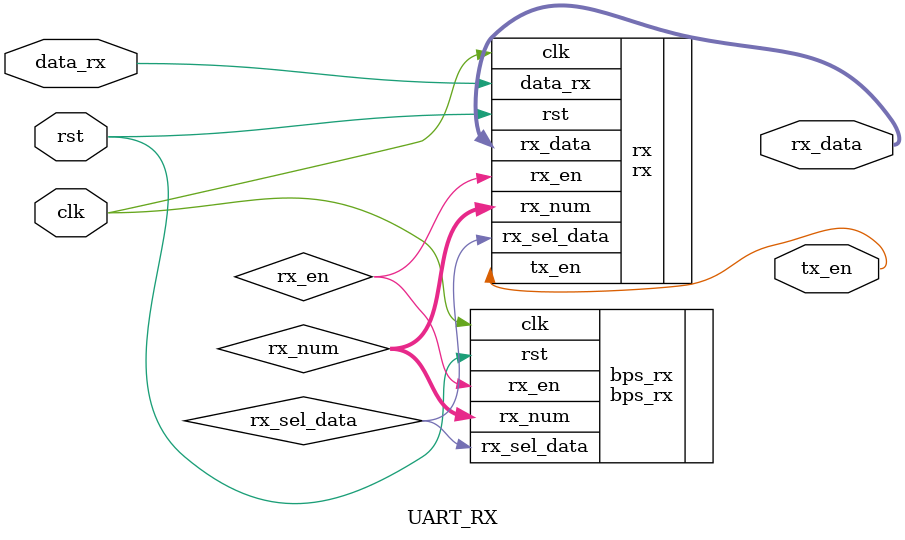
<source format=v>
`timescale 1ns / 1ps
module UART_RX(
	input clk,
	input rst,
	input data_rx,
	output tx_en,
	output [7:0] rx_data
    );

	wire rx_en;
	wire rx_sel_data;
	wire [3:0] rx_num;

	bps_rx bps_rx(
	.clk(clk),
	.rst(rst),
	.rx_en(rx_en),
	
	.rx_sel_data(rx_sel_data),   //波特率的计数的中心点（采集数据的使能信号）
	.rx_num(rx_num)   //一帧数据0~9
    );
	
	rx rx(
	.clk(clk),
	.rst(rst),
	.data_rx(data_rx),
	.rx_num(rx_num),
	.rx_sel_data(rx_sel_data),
	
	.rx_en(rx_en),
	.tx_en(tx_en),
	.rx_data(rx_data)
    );

endmodule

</source>
